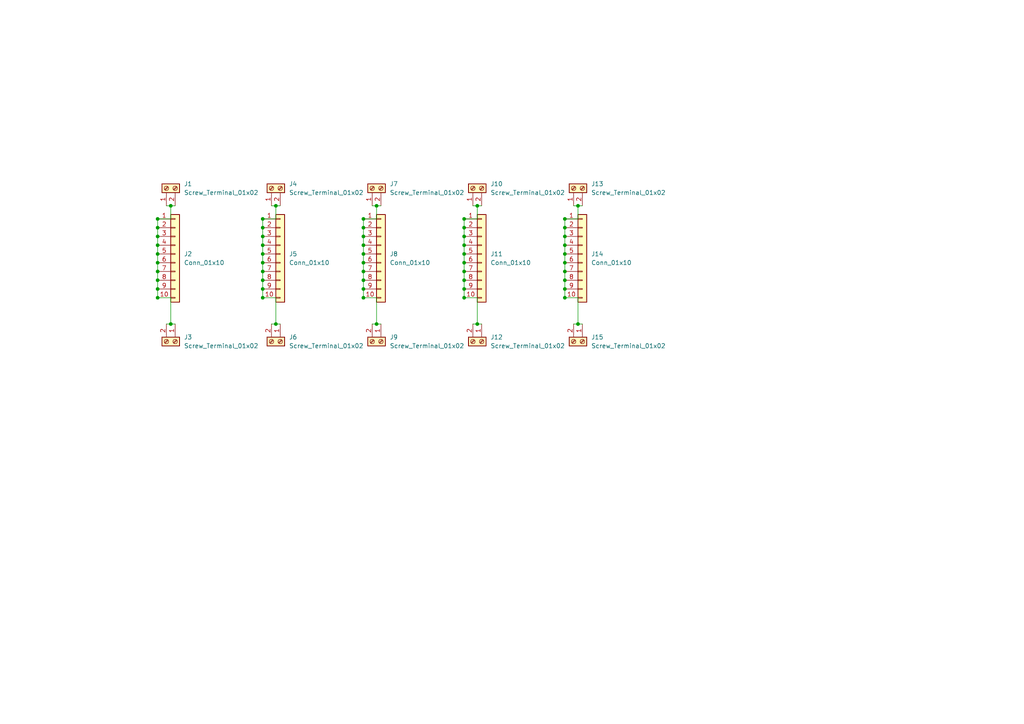
<source format=kicad_sch>
(kicad_sch (version 20211123) (generator eeschema)
  (paper "A4")
  (lib_symbols
    (symbol "Connector:Screw_Terminal_01x02" (pin_names (offset 1.016) hide)
      (property "Reference" "J" (at 0 2.54 0))
      (property "Value" "Screw_Terminal_01x02" (at 0 -5.08 0))
      (symbol "Screw_Terminal_01x02_1_1"
        (rectangle (start -1.27 1.27) (end 1.27 -3.81) (stroke (width 0.254)) (fill (type background)))
        (circle (center 0 -2.54) (radius 0.635) (stroke (width 0.1524)))
        (polyline (pts (xy -0.5334 -2.2098) (xy 0.3302 -3.048)) (stroke (width 0.1524)))
        (polyline (pts (xy -0.5334 0.3302) (xy 0.3302 -0.508)) (stroke (width 0.1524)))
        (polyline (pts (xy -0.3556 -2.032) (xy 0.508 -2.8702)) (stroke (width 0.1524)))
        (polyline (pts (xy -0.3556 0.508) (xy 0.508 -0.3302)) (stroke (width 0.1524)))
        (circle (center 0 0) (radius 0.635) (stroke (width 0.1524)))
        (pin passive line (at -5.08 0 0) (length 3.81) (name "Pin_1") (number "1"))
        (pin passive line (at -5.08 -2.54 0) (length 3.81) (name "Pin_2") (number "2"))
      )
    )
    (symbol "Connector_Generic:Conn_01x10" (pin_names (offset 1.016) hide)
      (property "Reference" "J" (at 0 12.7 0))
      (property "Value" "Conn_01x10" (at 0 -15.24 0))
      (symbol "Conn_01x10_1_1"
        (rectangle (start -1.27 -12.573) (end 0 -12.827) (stroke (width 0.1524)))
        (rectangle (start -1.27 -10.033) (end 0 -10.287) (stroke (width 0.1524)))
        (rectangle (start -1.27 -7.493) (end 0 -7.747) (stroke (width 0.1524)))
        (rectangle (start -1.27 -4.953) (end 0 -5.207) (stroke (width 0.1524)))
        (rectangle (start -1.27 -2.413) (end 0 -2.667) (stroke (width 0.1524)))
        (rectangle (start -1.27 0.127) (end 0 -0.127) (stroke (width 0.1524)))
        (rectangle (start -1.27 2.667) (end 0 2.413) (stroke (width 0.1524)))
        (rectangle (start -1.27 5.207) (end 0 4.953) (stroke (width 0.1524)))
        (rectangle (start -1.27 7.747) (end 0 7.493) (stroke (width 0.1524)))
        (rectangle (start -1.27 10.287) (end 0 10.033) (stroke (width 0.1524)))
        (rectangle (start -1.27 11.43) (end 1.27 -13.97) (stroke (width 0.254)) (fill (type background)))
        (pin passive line (at -5.08 10.16 0) (length 3.81) (name "Pin_1") (number "1"))
        (pin passive line (at -5.08 -12.7 0) (length 3.81) (name "Pin_10") (number "10"))
        (pin passive line (at -5.08 7.62 0) (length 3.81) (name "Pin_2") (number "2"))
        (pin passive line (at -5.08 5.08 0) (length 3.81) (name "Pin_3") (number "3"))
        (pin passive line (at -5.08 2.54 0) (length 3.81) (name "Pin_4") (number "4"))
        (pin passive line (at -5.08 0 0) (length 3.81) (name "Pin_5") (number "5"))
        (pin passive line (at -5.08 -2.54 0) (length 3.81) (name "Pin_6") (number "6"))
        (pin passive line (at -5.08 -5.08 0) (length 3.81) (name "Pin_7") (number "7"))
        (pin passive line (at -5.08 -7.62 0) (length 3.81) (name "Pin_8") (number "8"))
        (pin passive line (at -5.08 -10.16 0) (length 3.81) (name "Pin_9") (number "9"))
      )
    )
  )
  (junction (at 49.53 93.98))
  (junction (at 76.2 78.74))
  (junction (at 134.62 76.2))
  (junction (at 163.83 71.12))
  (junction (at 105.41 86.36))
  (junction (at 109.22 93.98))
  (junction (at 76.2 73.66))
  (junction (at 134.62 66.04))
  (junction (at 105.41 76.2))
  (junction (at 80.01 59.69))
  (junction (at 163.83 66.04))
  (junction (at 163.83 68.58))
  (junction (at 76.2 63.5))
  (junction (at 105.41 83.82))
  (junction (at 105.41 73.66))
  (junction (at 134.62 63.5))
  (junction (at 105.41 78.74))
  (junction (at 134.62 78.74))
  (junction (at 109.22 59.69))
  (junction (at 45.72 73.66))
  (junction (at 45.72 66.04))
  (junction (at 45.72 71.12))
  (junction (at 76.2 76.2))
  (junction (at 134.62 68.58))
  (junction (at 105.41 63.5))
  (junction (at 134.62 71.12))
  (junction (at 163.83 83.82))
  (junction (at 80.01 93.98))
  (junction (at 45.72 81.28))
  (junction (at 134.62 73.66))
  (junction (at 163.83 76.2))
  (junction (at 76.2 71.12))
  (junction (at 105.41 81.28))
  (junction (at 76.2 83.82))
  (junction (at 134.62 83.82))
  (junction (at 167.64 93.98))
  (junction (at 163.83 78.74))
  (junction (at 105.41 71.12))
  (junction (at 76.2 86.36))
  (junction (at 134.62 81.28))
  (junction (at 45.72 78.74))
  (junction (at 163.83 81.28))
  (junction (at 45.72 68.58))
  (junction (at 45.72 63.5))
  (junction (at 163.83 73.66))
  (junction (at 49.53 59.69))
  (junction (at 45.72 83.82))
  (junction (at 134.62 86.36))
  (junction (at 105.41 68.58))
  (junction (at 45.72 86.36))
  (junction (at 76.2 66.04))
  (junction (at 163.83 63.5))
  (junction (at 45.72 76.2))
  (junction (at 138.43 59.69))
  (junction (at 138.43 93.98))
  (junction (at 167.64 59.69))
  (junction (at 105.41 66.04))
  (junction (at 76.2 68.58))
  (junction (at 76.2 81.28))
  (junction (at 163.83 86.36))
  (wire (pts (xy 105.41 73.66) (xy 105.41 76.2)))
  (wire (pts (xy 76.2 63.5) (xy 76.2 66.04)))
  (wire (pts (xy 134.62 81.28) (xy 134.62 83.82)))
  (wire (pts (xy 109.22 93.98) (xy 110.49 93.98)))
  (wire (pts (xy 80.01 63.5) (xy 80.01 59.69)))
  (wire (pts (xy 163.83 83.82) (xy 163.83 86.36)))
  (wire (pts (xy 167.64 93.98) (xy 167.64 86.36)))
  (wire (pts (xy 109.22 63.5) (xy 109.22 59.69)))
  (wire (pts (xy 105.41 76.2) (xy 105.41 78.74)))
  (wire (pts (xy 105.41 66.04) (xy 105.41 68.58)))
  (wire (pts (xy 163.83 63.5) (xy 163.83 66.04)))
  (wire (pts (xy 163.83 71.12) (xy 163.83 73.66)))
  (wire (pts (xy 105.41 68.58) (xy 105.41 71.12)))
  (wire (pts (xy 163.83 76.2) (xy 163.83 78.74)))
  (wire (pts (xy 137.16 59.69) (xy 138.43 59.69)))
  (wire (pts (xy 80.01 93.98) (xy 80.01 86.36)))
  (wire (pts (xy 45.72 76.2) (xy 45.72 78.74)))
  (wire (pts (xy 134.62 66.04) (xy 134.62 68.58)))
  (wire (pts (xy 134.62 63.5) (xy 138.43 63.5)))
  (wire (pts (xy 45.72 66.04) (xy 45.72 68.58)))
  (wire (pts (xy 45.72 73.66) (xy 45.72 76.2)))
  (wire (pts (xy 167.64 63.5) (xy 167.64 59.69)))
  (wire (pts (xy 167.64 59.69) (xy 168.91 59.69)))
  (wire (pts (xy 105.41 63.5) (xy 109.22 63.5)))
  (wire (pts (xy 134.62 63.5) (xy 134.62 66.04)))
  (wire (pts (xy 138.43 93.98) (xy 139.7 93.98)))
  (wire (pts (xy 134.62 78.74) (xy 134.62 81.28)))
  (wire (pts (xy 109.22 93.98) (xy 109.22 86.36)))
  (wire (pts (xy 49.53 93.98) (xy 50.8 93.98)))
  (wire (pts (xy 105.41 63.5) (xy 105.41 66.04)))
  (wire (pts (xy 49.53 63.5) (xy 49.53 59.69)))
  (wire (pts (xy 80.01 93.98) (xy 81.28 93.98)))
  (wire (pts (xy 45.72 83.82) (xy 45.72 86.36)))
  (wire (pts (xy 105.41 86.36) (xy 109.22 86.36)))
  (wire (pts (xy 76.2 86.36) (xy 80.01 86.36)))
  (wire (pts (xy 48.26 93.98) (xy 49.53 93.98)))
  (wire (pts (xy 45.72 78.74) (xy 45.72 81.28)))
  (wire (pts (xy 76.2 83.82) (xy 76.2 86.36)))
  (wire (pts (xy 76.2 73.66) (xy 76.2 76.2)))
  (wire (pts (xy 163.83 73.66) (xy 163.83 76.2)))
  (wire (pts (xy 45.72 63.5) (xy 49.53 63.5)))
  (wire (pts (xy 76.2 66.04) (xy 76.2 68.58)))
  (wire (pts (xy 105.41 71.12) (xy 105.41 73.66)))
  (wire (pts (xy 134.62 71.12) (xy 134.62 73.66)))
  (wire (pts (xy 138.43 93.98) (xy 138.43 86.36)))
  (wire (pts (xy 45.72 68.58) (xy 45.72 71.12)))
  (wire (pts (xy 45.72 63.5) (xy 45.72 66.04)))
  (wire (pts (xy 76.2 78.74) (xy 76.2 81.28)))
  (wire (pts (xy 134.62 68.58) (xy 134.62 71.12)))
  (wire (pts (xy 134.62 76.2) (xy 134.62 78.74)))
  (wire (pts (xy 80.01 59.69) (xy 81.28 59.69)))
  (wire (pts (xy 105.41 83.82) (xy 105.41 86.36)))
  (wire (pts (xy 76.2 81.28) (xy 76.2 83.82)))
  (wire (pts (xy 138.43 59.69) (xy 139.7 59.69)))
  (wire (pts (xy 134.62 86.36) (xy 138.43 86.36)))
  (wire (pts (xy 78.74 93.98) (xy 80.01 93.98)))
  (wire (pts (xy 166.37 59.69) (xy 167.64 59.69)))
  (wire (pts (xy 163.83 66.04) (xy 163.83 68.58)))
  (wire (pts (xy 48.26 59.69) (xy 49.53 59.69)))
  (wire (pts (xy 49.53 59.69) (xy 50.8 59.69)))
  (wire (pts (xy 49.53 93.98) (xy 49.53 86.36)))
  (wire (pts (xy 134.62 73.66) (xy 134.62 76.2)))
  (wire (pts (xy 163.83 78.74) (xy 163.83 81.28)))
  (wire (pts (xy 105.41 78.74) (xy 105.41 81.28)))
  (wire (pts (xy 163.83 81.28) (xy 163.83 83.82)))
  (wire (pts (xy 76.2 68.58) (xy 76.2 71.12)))
  (wire (pts (xy 76.2 76.2) (xy 76.2 78.74)))
  (wire (pts (xy 76.2 63.5) (xy 80.01 63.5)))
  (wire (pts (xy 163.83 86.36) (xy 167.64 86.36)))
  (wire (pts (xy 137.16 93.98) (xy 138.43 93.98)))
  (wire (pts (xy 163.83 63.5) (xy 167.64 63.5)))
  (wire (pts (xy 78.74 59.69) (xy 80.01 59.69)))
  (wire (pts (xy 134.62 83.82) (xy 134.62 86.36)))
  (wire (pts (xy 107.95 93.98) (xy 109.22 93.98)))
  (wire (pts (xy 45.72 86.36) (xy 49.53 86.36)))
  (wire (pts (xy 109.22 59.69) (xy 110.49 59.69)))
  (wire (pts (xy 166.37 93.98) (xy 167.64 93.98)))
  (wire (pts (xy 167.64 93.98) (xy 168.91 93.98)))
  (wire (pts (xy 45.72 71.12) (xy 45.72 73.66)))
  (wire (pts (xy 163.83 68.58) (xy 163.83 71.12)))
  (wire (pts (xy 105.41 81.28) (xy 105.41 83.82)))
  (wire (pts (xy 107.95 59.69) (xy 109.22 59.69)))
  (wire (pts (xy 76.2 71.12) (xy 76.2 73.66)))
  (wire (pts (xy 45.72 81.28) (xy 45.72 83.82)))
  (wire (pts (xy 138.43 63.5) (xy 138.43 59.69)))
  (symbol (lib_id "Connector_Generic:Conn_01x10") (at 139.7 73.66 0) (unit 1)
    (property "Reference" "J11" (at 142.24 73.6599 0) (effects (justify left)))
    (property "Value" "Conn_01x10" (at 142.24 76.1999 0) (effects (justify left)))
    (property "Footprint" "Connector_PinHeader_2.54mm:PinHeader_1x10_P2.54mm_Vertical" (effects hide))
  )
  (symbol (lib_id "Connector:Screw_Terminal_01x02") (at 107.95 54.61 90) (unit 1)
    (property "Reference" "J7" (at 113.03 53.3399 90) (effects (justify right)))
    (property "Value" "Screw_Terminal_01x02" (at 113.03 55.8799 90) (effects (justify right)))
    (property "Footprint" "Connector_Phoenix_MC_HighVoltage:PhoenixContact_MCV_1,5_2-G-5.08_1x02_P5.08mm_Vertical" (effects hide))
  )
  (symbol (lib_id "Connector:Screw_Terminal_01x02") (at 139.7 99.06 270) (unit 1)
    (property "Reference" "J12" (at 142.24 97.7899 90) (effects (justify left)))
    (property "Value" "Screw_Terminal_01x02" (at 142.24 100.3299 90) (effects (justify left)))
    (property "Footprint" "Connector_Phoenix_MC_HighVoltage:PhoenixContact_MCV_1,5_2-G-5.08_1x02_P5.08mm_Vertical" (effects hide))
  )
  (symbol (lib_id "Connector_Generic:Conn_01x10") (at 168.91 73.66 0) (unit 1)
    (property "Reference" "J14" (at 171.45 73.6599 0) (effects (justify left)))
    (property "Value" "Conn_01x10" (at 171.45 76.1999 0) (effects (justify left)))
    (property "Footprint" "Connector_PinHeader_2.54mm:PinHeader_1x10_P2.54mm_Vertical" (effects hide))
  )
  (symbol (lib_id "Connector:Screw_Terminal_01x02") (at 78.74 54.61 90) (unit 1)
    (property "Reference" "J4" (at 83.82 53.3399 90) (effects (justify right)))
    (property "Value" "Screw_Terminal_01x02" (at 83.82 55.8799 90) (effects (justify right)))
    (property "Footprint" "Connector_Phoenix_MC_HighVoltage:PhoenixContact_MCV_1,5_2-G-5.08_1x02_P5.08mm_Vertical" (effects hide))
  )
  (symbol (lib_id "Connector:Screw_Terminal_01x02") (at 137.16 54.61 90) (unit 1)
    (property "Reference" "J10" (at 142.24 53.3399 90) (effects (justify right)))
    (property "Value" "Screw_Terminal_01x02" (at 142.24 55.8799 90) (effects (justify right)))
    (property "Footprint" "Connector_Phoenix_MC_HighVoltage:PhoenixContact_MCV_1,5_2-G-5.08_1x02_P5.08mm_Vertical" (effects hide))
  )
  (symbol (lib_id "Connector:Screw_Terminal_01x02") (at 81.28 99.06 270) (unit 1)
    (property "Reference" "J6" (at 83.82 97.7899 90) (effects (justify left)))
    (property "Value" "Screw_Terminal_01x02" (at 83.82 100.3299 90) (effects (justify left)))
    (property "Footprint" "Connector_Phoenix_MC_HighVoltage:PhoenixContact_MCV_1,5_2-G-5.08_1x02_P5.08mm_Vertical" (effects hide))
  )
  (symbol (lib_id "Connector_Generic:Conn_01x10") (at 50.8 73.66 0) (unit 1)
    (property "Reference" "J2" (at 53.34 73.6599 0) (effects (justify left)))
    (property "Value" "Conn_01x10" (at 53.34 76.1999 0) (effects (justify left)))
    (property "Footprint" "Connector_PinHeader_2.54mm:PinHeader_1x10_P2.54mm_Vertical" (effects hide))
  )
  (symbol (lib_id "Connector:Screw_Terminal_01x02") (at 166.37 54.61 90) (unit 1)
    (property "Reference" "J13" (at 171.45 53.3399 90) (effects (justify right)))
    (property "Value" "Screw_Terminal_01x02" (at 171.45 55.8799 90) (effects (justify right)))
    (property "Footprint" "Connector_Phoenix_MC_HighVoltage:PhoenixContact_MCV_1,5_2-G-5.08_1x02_P5.08mm_Vertical" (effects hide))
  )
  (symbol (lib_id "Connector:Screw_Terminal_01x02") (at 48.26 54.61 90) (unit 1)
    (property "Reference" "J1" (at 53.34 53.3399 90) (effects (justify right)))
    (property "Value" "Screw_Terminal_01x02" (at 53.34 55.8799 90) (effects (justify right)))
    (property "Footprint" "Connector_Phoenix_MC_HighVoltage:PhoenixContact_MCV_1,5_2-G-5.08_1x02_P5.08mm_Vertical" (effects hide))
  )
  (symbol (lib_id "Connector_Generic:Conn_01x10") (at 81.28 73.66 0) (unit 1)
    (property "Reference" "J5" (at 83.82 73.6599 0) (effects (justify left)))
    (property "Value" "Conn_01x10" (at 83.82 76.1999 0) (effects (justify left)))
    (property "Footprint" "Connector_PinHeader_2.54mm:PinHeader_1x10_P2.54mm_Vertical" (effects hide))
  )
  (symbol (lib_id "Connector:Screw_Terminal_01x02") (at 168.91 99.06 270) (unit 1)
    (property "Reference" "J15" (at 171.45 97.7899 90) (effects (justify left)))
    (property "Value" "Screw_Terminal_01x02" (at 171.45 100.3299 90) (effects (justify left)))
    (property "Footprint" "Connector_Phoenix_MC_HighVoltage:PhoenixContact_MCV_1,5_2-G-5.08_1x02_P5.08mm_Vertical" (effects hide))
  )
  (symbol (lib_id "Connector:Screw_Terminal_01x02") (at 110.49 99.06 270) (unit 1)
    (property "Reference" "J9" (at 113.03 97.7899 90) (effects (justify left)))
    (property "Value" "Screw_Terminal_01x02" (at 113.03 100.3299 90) (effects (justify left)))
    (property "Footprint" "Connector_Phoenix_MC_HighVoltage:PhoenixContact_MCV_1,5_2-G-5.08_1x02_P5.08mm_Vertical" (effects hide))
  )
  (symbol (lib_id "Connector:Screw_Terminal_01x02") (at 50.8 99.06 270) (unit 1)
    (property "Reference" "J3" (at 53.34 97.7899 90) (effects (justify left)))
    (property "Value" "Screw_Terminal_01x02" (at 53.34 100.3299 90) (effects (justify left)))
    (property "Footprint" "Connector_Phoenix_MC_HighVoltage:PhoenixContact_MCV_1,5_2-G-5.08_1x02_P5.08mm_Vertical" (effects hide))
  )
  (symbol (lib_id "Connector_Generic:Conn_01x10") (at 110.49 73.66 0) (unit 1)
    (property "Reference" "J8" (at 113.03 73.6599 0) (effects (justify left)))
    (property "Value" "Conn_01x10" (at 113.03 76.1999 0) (effects (justify left)))
    (property "Footprint" "Connector_PinHeader_2.54mm:PinHeader_1x10_P2.54mm_Vertical" (effects hide))
  )
)
</source>
